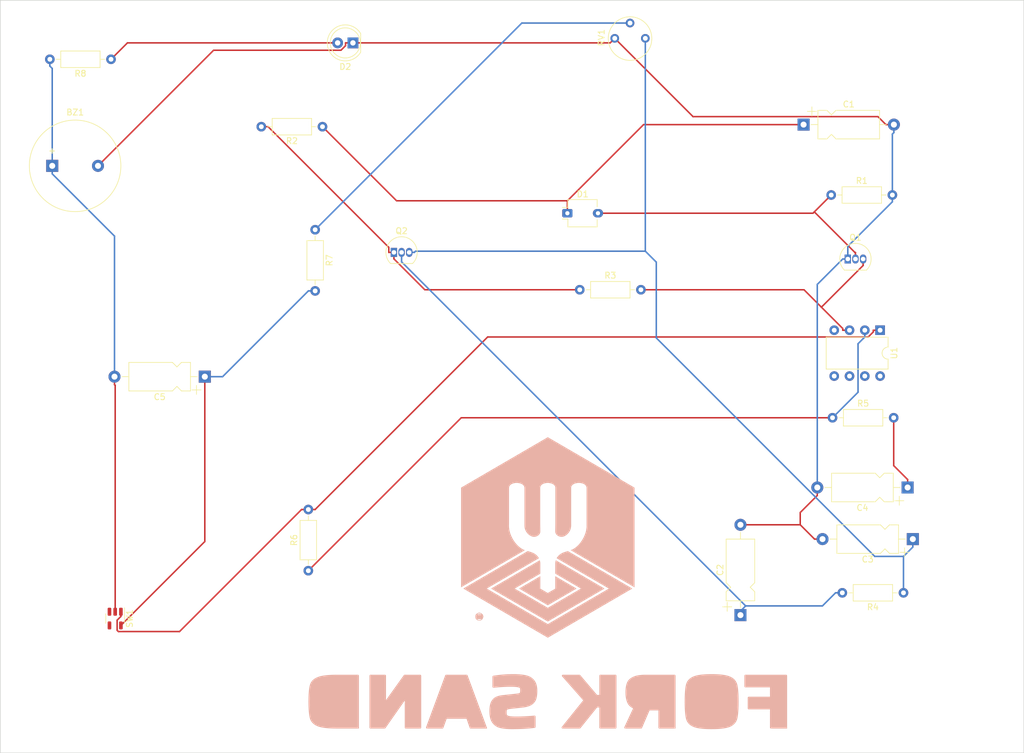
<source format=kicad_pcb>
(kicad_pcb (version 20211014) (generator pcbnew)
  (title_block (title "gammaray2usb") (date "2021-12-27") (rev "0.2x") (company "Fort Sand, Inc."))
  (layers (0 "F.Cu" signal) (31 "B.Cu" signal) (34 "B.Paste" user) (35 "F.Paste" user) (36 "B.SilkS" user "B.Silkscreen") (37 "F.SilkS" user "F.Silkscreen") (38 "B.Mask" user) (39 "F.Mask" user) (44 "Edge.Cuts" user))
  (net 0 "")
  (net 1 "Net-(BZ1-Pad1)")
  (net 2 "GND")
  (net 3 "Net-(C1-Pad1)")
  (net 4 "Net-(C2-Pad1)")
  (net 5 "+9V")
  (net 6 "Net-(C4-Pad1)")
  (net 7 "Net-(C5-Pad1)")
  (net 8 "Net-(D1-Pad2)")
  (net 9 "Net-(D2-Pad2)")
  (net 10 "Net-(Q1-Pad3)")
  (net 11 "Net-(Q2-Pad1)")
  (net 12 "Net-(R5-Pad1)")
  (net 13 "Net-(R6-Pad2)")
  (net 14 "Net-(R7-Pad1)")
  (net 15 "GNDREF")
  (footprint "Resistor_THT:R_Axial_DIN0207_L6.3mm_D2.5mm_P10.16mm_Horizontal" (layer "F.Cu") (at 123.5124 55.9922 180)
    (fp_text reference "R2")
    (fp_text value "1.5M")
  )
  (footprint "Package_DIP:DIP-8_W7.62mm" (layer "F.Cu") (at 216.1282 89.7942 -90)
    (fp_text reference "U1")
    (fp_text value "LM358")
  )
  (footprint "Capacitor_THT:CP_Axial_L10.0mm_D4.5mm_P15.00mm_Horizontal" (layer "F.Cu") (at 192.933 137.1147 90)
    (fp_text reference "C2")
    (fp_text value "100 uF")
  )
  (footprint "Resistor_THT:R_Axial_DIN0207_L6.3mm_D2.5mm_P10.16mm_Horizontal" (layer "F.Cu") (at 208.2247 104.3352)
    (fp_text reference "R5")
    (fp_text value "1k")
  )
  (footprint "Package_TO_SOT_THT:TO-92_Inline" (layer "F.Cu") (at 210.7647 77.9708)
    (fp_text reference "Q1")
    (fp_text value "2N7000")
  )
  (footprint "Resistor_THT:R_Axial_DIN0207_L6.3mm_D2.5mm_P10.16mm_Horizontal" (layer "F.Cu") (at 208.0077 67.3383)
    (fp_text reference "R1")
    (fp_text value "10M")
  )
  (footprint "Resistor_THT:R_Axial_DIN0207_L6.3mm_D2.5mm_P10.16mm_Horizontal" (layer "F.Cu") (at 220.0121 133.412 180)
    (fp_text reference "R4")
    (fp_text value "150k")
  )
  (footprint "Capacitor_THT:CP_Axial_L10.0mm_D4.5mm_P15.00mm_Horizontal" (layer "F.Cu") (at 103.9683 97.5114 180)
    (fp_text reference "C5")
    (fp_text value "0.01µF")
  )
  (footprint "Package_TO_SOT_SMD:SOT-23-5" (layer "F.Cu") (at 89.0815 137.6908 -90)
    (fp_text reference "SW1")
    (fp_text value "TS5A3166DBVR")
  )
  (footprint "Potentiometer_THT:Potentiometer_Vishay_T7-YA_Single_Vertical" (layer "F.Cu") (at 177.1344 41.3167 90)
    (fp_text reference "RV1")
    (fp_text value "250kΩ")
  )
  (footprint "Resistor_THT:R_Axial_DIN0207_L6.3mm_D2.5mm_P10.16mm_Horizontal" (layer "F.Cu") (at 166.2412 83.0738)
    (fp_text reference "R3")
    (fp_text value "56k")
  )
  (footprint "Capacitor_THT:CP_Axial_L10.0mm_D4.5mm_P15.00mm_Horizontal" (layer "F.Cu") (at 220.6962 115.9187 180)
    (fp_text reference "C4")
    (fp_text value "20nF")
  )
  (footprint "Resistor_THT:R_Axial_DIN0207_L6.3mm_D2.5mm_P10.16mm_Horizontal" (layer "F.Cu") (at 88.389 44.7965 180)
    (fp_text reference "R8")
    (fp_text value "1k")
  )
  (footprint "OptoDevice:Osram_DIL2_4.3x4.65mm_P5.08mm" (layer "F.Cu") (at 164.1871 70.3651)
    (fp_text reference "D1")
    (fp_text value "BPW34")
  )
  (footprint "Buzzer_Beeper:Buzzer_15x7.5RM7.6" (layer "F.Cu") (at 78.6245 62.4978)
    (fp_text reference "BZ1")
    (fp_text value "Buzzer")
  )
  (footprint "Capacitor_THT:CP_Axial_L10.0mm_D4.5mm_P15.00mm_Horizontal" (layer "F.Cu") (at 203.4178 55.6463)
    (fp_text reference "C1")
    (fp_text value "0.1µF")
  )
  (footprint "Resistor_THT:R_Axial_DIN0207_L6.3mm_D2.5mm_P10.16mm_Horizontal" (layer "F.Cu") (at 121.1606 129.7376 90)
    (fp_text reference "R6")
    (fp_text value "1.5M")
  )
  (footprint "Package_TO_SOT_THT:TO-92_Inline" (layer "F.Cu") (at 135.3773 76.8707)
    (fp_text reference "Q2")
    (fp_text value "2N3904")
  )
  (footprint "Capacitor_THT:CP_Axial_L10.0mm_D4.5mm_P15.00mm_Horizontal" (layer "F.Cu") (at 221.5641 124.4899 180)
    (fp_text reference "C3")
    (fp_text value "0.1µF")
  )
  (footprint "LED_THT:LED_D5.0mm" (layer "F.Cu") (at 128.5691 42.0732 180)
    (fp_text reference "D2")
    (fp_text value "LED")
  )
  (footprint "Resistor_THT:R_Axial_DIN0207_L6.3mm_D2.5mm_P10.16mm_Horizontal" (layer "F.Cu") (at 122.2941 73.1061 -90)
    (fp_text reference "R7")
    (fp_text value "1k")
  )
  (gr_line (start 148.957895 137.438295) (end 148.955562 137.40759) (layer "B.SilkS") (width 0.075875))
  (gr_line (start 150.075454 137.689992) (end 150.059742 137.714523) (layer "B.SilkS") (width 0.075875))
  (gr_line (start 149.709807 137.962056) (end 149.680582 137.968807) (layer "B.SilkS") (width 0.075875))
  (gr_line (start 149.197418 136.891981) (end 149.221101 136.875123) (layer "B.SilkS") (width 0.075875))
  (gr_line (start 150.103339 137.638603) (end 150.089999 137.664673) (layer "B.SilkS") (width 0.075875))
  (gr_line (start 150.155946 137.468554) (end 150.150633 137.498328) (layer "B.SilkS") (width 0.075875))
  (gr_poly (pts (xy 188.139178 154.126285) (xy 187.914244 154.124331) (xy 187.708713 154.118468) (xy 187.522585 154.108696) (xy 187.355859 154.095015) (xy 187.208536 154.077426) (xy 187.080616 154.055929) (xy 186.972098 154.030523) (xy 186.925115 154.016355) (xy 186.882983 154.001209) (xy 186.863355 153.99228) (xy 186.844178 153.982692) (xy 186.825452 153.972444) (xy 186.807177 153.961537) (xy 186.789353 153.94997) (xy 186.771981 153.937743) (xy 186.75506 153.924857) (xy 186.73859 153.911312) (xy 186.722572 153.897106) (xy 186.707005 153.882241) (xy 186.691888 153.866717) (xy 186.677224 153.850533) (xy 186.66301 153.833689) (xy 186.649248 153.816186) (xy 186.635936 153.798023) (xy 186.623077 153.7792) (xy 186.610668 153.759718) (xy 186.59871 153.739577) (xy 186.587204 153.718776) (xy 186.576149 153.697315) (xy 186.555393 153.652415) (xy 186.536442 153.604876) (xy 186.519296 153.554699) (xy 186.503954 153.501884) (xy 186.490418 153.446431) (xy 186.478686 153.38834) (xy 186.458382 153.254666) (xy 186.440784 153.091287) (xy 186.425893 152.898203) (xy 186.413709 152.675413) (xy 186.404232 152.422918) (xy 186.397463 152.140718) (xy 186.393401 151.828812) (xy 186.392047 151.487201) (xy 186.397463 150.833685) (xy 186.404232 150.551485) (xy 186.413709 150.29899) (xy 186.425893 150.0762) (xy 186.440784 149.883116) (xy 186.458382 149.719737) (xy 186.478686 149.586063) (xy 186.490418 149.528021) (xy 186.503955 149.472714) (xy 186.519296 149.420144) (xy 186.536443 149.370309) (xy 186.555395 149.323211) (xy 186.576151 149.278848) (xy 186.598713 149.237222) (xy 186.623079 149.198332) (xy 186.649251 149.162177) (xy 186.677227 149.128759) (xy 186.707008 149.098077) (xy 186.738594 149.070131) (xy 186.771984 149.04492) (xy 186.807179 149.022446) (xy 186.844179 149.002708) (xy 186.882983 148.985706) (xy 186.925115 148.969046) (xy 186.972098 148.953461) (xy 187.023932 148.93895) (xy 187.080617 148.925514) (xy 187.142152 148.913154) (xy 187.208538 148.901868) (xy 187.279775 148.891657) (xy 187.355862 148.88252) (xy 187.4368 148.874459) (xy 187.522588 148.867473) (xy 187.613227 148.861561) (xy 187.708716 148.856724) (xy 187.914247 148.850275) (xy 188.139178 148.848125) (xy 188.364341 148.850275) (xy 188.570551 148.856724) (xy 188.757809 148.867473) (xy 188.926115 148.88252) (xy 189.07547 148.901868) (xy 189.205873 148.925514) (xy 189.263967 148.93895) (xy 189.317324 148.953461) (xy 189.365943 148.969046) (xy 189.409824 148.985706) (xy 189.43034 148.993877) (xy 189.450377 149.002757) (xy 189.469934 149.012345) (xy 189.489012 149.022642) (xy 189.507611 149.033647) (xy 189.52573 149.045361) (xy 189.54337 149.057783) (xy 189.560531 149.070913) (xy 189.577212 149.084752) (xy 189.593414 149.099299) (xy 189.609136 149.114555) (xy 189.624379 149.130519) (xy 189.639142 149.147192) (xy 189.653426 149.164573) (xy 189.667231 149.182663) (xy 189.680556 149.201461) (xy 189.693402 149.220967) (xy 189.705769 149.241182) (xy 189.717656 149.262105) (xy 189.729064 149.283737) (xy 189.739992 149.306077) (xy 189.750441 149.329126) (xy 189.7699 149.377348) (xy 189.787442 149.428405) (xy 189.803067 149.482294) (xy 189.816774 149.539018) (xy 189.828563 149.598575) (xy 189.848867 149.73479) (xy 189.866464 149.899537) (xy 189.881354 150.092816) (xy 189.893537 150.314627) (xy 189.903012 150.564972) (xy 189.90978 150.843849) (xy 189.913841 151.151259) (xy 189.915195 151.487201) (xy 189.90978 152.130559) (xy 189.903012 152.409437) (xy 189.893537 152.659782) (xy 189.881354 152.881594) (xy 189.866464 153.074874) (xy 189.848867 153.239621) (xy 189.828563 153.375835) (xy 189.816774 153.435441) (xy 189.803067 153.492311) (xy 189.787442 153.546445) (xy 189.7699 153.597843) (xy 189.750441 153.646505) (xy 189.729064 153.692431) (xy 189.705769 153.735621) (xy 189.680556 153.776075) (xy 189.653426 153.813793) (xy 189.624379 153.848775) (xy 189.593414 153.881021) (xy 189.560531 153.91053) (xy 189.52573 153.937304) (xy 189.489012 153.961342) (xy 189.450377 153.982643) (xy 189.409824 154.001209) (xy 189.365943 154.016355) (xy 189.317324 154.030523) (xy 189.263967 154.043714) (xy 189.205873 154.055929) (xy 189.14304 154.067166) (xy 189.07547 154.077426) (xy 189.003161 154.086709) (xy 188.926115 154.095015) (xy 188.844331 154.102344) (xy 188.757809 154.108696) (xy 188.570551 154.118468) (xy 188.364341 154.124331) (xy 188.139178 154.126285)) (layer "B.SilkS") (width 0.336832) (fill solid))
  (gr_line (start 149.89658 136.875123) (end 149.920264 136.891981) (layer "B.SilkS") (width 0.075875))
  (gr_line (start 149.24561 137.893559) (end 149.221101 137.877833) (layer "B.SilkS") (width 0.075875))
  (gr_line (start 148.99143 137.168594) (end 149.002246 137.141138) (layer "B.SilkS") (width 0.075875))
  (gr_line (start 150.159787 137.438295) (end 150.155946 137.468554) (layer "B.SilkS") (width 0.075875))
  (gr_line (start 149.092714 136.99189) (end 149.1117 136.969952) (layer "B.SilkS") (width 0.075875))
  (gr_poly (pts (xy 133.83707 155.789776) (xy 137.273578 150.87434) (xy 137.345775 150.87434) (xy 137.345775 155.789776) (xy 139.742671 155.789776) (xy 139.742671 147.184627) (xy 137.158069 147.184627) (xy 133.967029 151.649799) (xy 133.894832 151.649799) (xy 133.894832 147.184627) (xy 131.483501 147.184627) (xy 131.483501 155.789776) (xy 133.83707 155.789776)) (layer "B.SilkS") (width 0.336832) (fill solid))
  (gr_poly (pts (xy 188.139178 155.889843) (xy 188.643871 155.88398) (xy 189.111112 155.866391) (xy 189.540902 155.837076) (xy 189.93324 155.796036) (xy 190.288127 155.743269) (xy 190.605562 155.678777) (xy 190.750235 155.642133) (xy 190.885546 155.602558) (xy 191.011493 155.560052) (xy 191.128078 155.514614) (xy 191.235637 155.464389) (xy 191.338121 155.410646) (xy 191.435528 155.353386) (xy 191.52786 155.292607) (xy 191.615115 155.228311) (xy 191.697293 155.160497) (xy 191.774396 155.089165) (xy 191.846422 155.014315) (xy 191.913372 154.935948) (xy 191.975246 154.854063) (xy 192.032044 154.76866) (xy 192.083765 154.67974) (xy 192.13041 154.587302) (xy 192.171978 154.491346) (xy 192.208471 154.391873) (xy 192.239886 154.288883) (xy 192.266114 154.179735) (xy 192.29065 154.061793) (xy 192.313493 153.935057) (xy 192.334645 153.799526) (xy 192.371871 153.502082) (xy 192.40233 153.169461) (xy 192.426019 152.801662) (xy 192.44294 152.398686) (xy 192.453093 151.960533) (xy 192.456477 151.487201) (xy 192.453093 151.013873) (xy 192.44294 150.575721) (xy 192.426019 150.172746) (xy 192.40233 149.804949) (xy 192.371871 149.472328) (xy 192.334645 149.174884) (xy 192.29065 148.912617) (xy 192.239886 148.685528) (xy 192.208471 148.582585) (xy 192.171978 148.483258) (xy 192.13041 148.387546) (xy 192.083765 148.29545) (xy 192.032044 148.206969) (xy 191.975246 148.122104) (xy 191.913372 148.040854) (xy 191.846422 147.96322) (xy 191.774396 147.889202) (xy 191.697293 147.818798) (xy 191.615115 147.752011) (xy 191.52786 147.688838) (xy 191.435528 147.629281) (xy 191.338121 147.573339) (xy 191.235637 147.521013) (xy 191.128078 147.472301) (xy 191.011493 147.425349) (xy 190.885546 147.381425) (xy 190.750235 147.340532) (xy 190.605562 147.302667) (xy 190.451526 147.267831) (xy 190.288127 147.236025) (xy 190.115365 147.207248) (xy 189.93324 147.1815) (xy 189.741752 147.158782) (xy 189.540902 147.139092) (xy 189.330689 147.122432) (xy 189.111112 147.108801) (xy 188.882173 147.098199) (xy 188.643871 147.090626) (xy 188.139178 147.084568) (xy 187.634711 147.090626) (xy 187.168147 147.108801) (xy 186.739486 147.139092) (xy 186.348727 147.1815) (xy 185.995872 147.236025) (xy 185.833657 147.267831) (xy 185.680919 147.302667) (xy 185.537656 147.340532) (xy 185.403869 147.381425) (xy 185.279557 147.425349) (xy 185.164722 147.472301) (xy 185.055469 147.521013) (xy 184.951519 147.573339) (xy 184.85287 147.629281) (xy 184.759524 147.688838) (xy 184.671479 147.752011) (xy 184.588735 147.818798) (xy 184.511294 147.889202) (xy 184.439155 147.96322) (xy 184.372317 148.040854) (xy 184.310781 148.122104) (xy 184.254547 148.206969) (xy 184.203615 148.29545) (xy 184.157985 148.387546) (xy 184.117657 148.483258) (xy 184.08263 148.582585) (xy 184.052905 148.685528) (xy 184.026678 148.794675) (xy 184.002142 148.912617) (xy 183.979299 149.039354) (xy 183.958148 149.174884) (xy 183.920923 149.472328) (xy 183.890466 149.804949) (xy 183.866778 150.172746) (xy 183.849858 150.575721) (xy 183.839706 151.013873) (xy 183.836322 151.487201) (xy 183.839706 151.960533) (xy 183.849858 152.398686) (xy 183.866778 152.801662) (xy 183.890466 153.169461) (xy 183.920923 153.502082) (xy 183.958148 153.799526) (xy 184.002142 154.061793) (xy 184.052905 154.288883) (xy 184.08263 154.391873) (xy 184.117657 154.491346) (xy 184.157985 154.587302) (xy 184.203615 154.67974) (xy 184.254547 154.76866) (xy 184.310781 154.854063) (xy 184.372317 154.935948) (xy 184.439155 155.014315) (xy 184.511294 155.089165) (xy 184.588735 155.160497) (xy 184.671479 155.228311) (xy 184.759524 155.292607) (xy 184.85287 155.353386) (xy 184.951519 155.410646) (xy 185.055469 155.464389) (xy 185.164722 155.514614) (xy 185.279557 155.560052) (xy 185.403869 155.602558) (xy 185.537656 155.642133) (xy 185.680919 155.678777) (xy 185.833657 155.712488) (xy 185.995872 155.743269) (xy 186.167562 155.771118) (xy 186.348727 155.796036) (xy 186.539369 155.818022) (xy 186.739486 155.837076) (xy 186.949079 155.853199) (xy 187.168147 155.866391) (xy 187.396691 155.876651) (xy 187.634711 155.88398) (xy 188.139178 155.889843)) (layer "B.SilkS") (width 0.336832) (fill solid))
  (gr_line (start 148.955562 137.345364) (end 148.957895 137.31466) (layer "B.SilkS") (width 0.075875))
  (gr_line (start 148.973793 137.52758) (end 148.967048 137.498328) (layer "B.SilkS") (width 0.075875))
  (gr_line (start 149.680582 137.968807) (end 149.650835 137.974124) (layer "B.SilkS") (width 0.075875))
  (gr_poly (pts (xy 154.998263 155.889843) (xy 155.517845 155.88652) (xy 156.022535 155.876553) (xy 156.512336 155.859941) (xy 156.987247 155.836685) (xy 157.447267 155.806784) (xy 157.892397 155.770238) (xy 158.322637 155.727047) (xy 158.737987 155.677212) (xy 158.737987 153.976192) (xy 157.891497 154.041857) (xy 157.113592 154.088761) (xy 156.404271 154.116904) (xy 156.075328 154.12394) (xy 155.76353 154.126285) (xy 155.430527 154.123158) (xy 155.279593 154.119249) (xy 155.139037 154.113777) (xy 155.00886 154.106741) (xy 154.889061 154.098141) (xy 154.779641 154.087978) (xy 154.680598 154.076252) (xy 154.590129 154.062769) (xy 154.506427 154.047331) (xy 154.429493 154.029939) (xy 154.393564 154.020509) (xy 154.359327 154.010591) (xy 154.326782 154.000185) (xy 154.295929 153.989289) (xy 154.266768 153.977905) (xy 154.2393 153.966032) (xy 154.213524 153.953671) (xy 154.18944 153.940821) (xy 154.167049 153.927482) (xy 154.14635 153.913654) (xy 154.128752 153.901001) (xy 154.112057 153.888054) (xy 154.096264 153.874814) (xy 154.081373 153.86128) (xy 154.067385 153.847454) (xy 154.054299 153.833334) (xy 154.042116 153.818921) (xy 154.030834 153.804215) (xy 154.020455 153.789216) (xy 154.010979 153.773924) (xy 154.002405 153.758338) (xy 153.994733 153.742459) (xy 153.987964 153.726288) (xy 153.982097 153.709823) (xy 153.977133 153.693065) (xy 153.973071 153.676014) (xy 153.967827 153.656813) (xy 153.962921 153.636733) (xy 153.958354 153.615773) (xy 153.954124 153.593934) (xy 153.94668 153.547617) (xy 153.940589 153.497783) (xy 153.935851 153.444432) (xy 153.932467 153.387563) (xy 153.930436 153.327176) (xy 153.929759 153.263271) (xy 153.930662 153.187833) (xy 153.93337 153.117868) (xy 153.937882 153.053376) (xy 153.9442 152.994356) (xy 153.952322 152.940809) (xy 153.957059 152.916087) (xy 153.962248 152.892734) (xy 153.967888 152.870748) (xy 153.973979 152.850131) (xy 153.980521 152.830881) (xy 153.987514 152.812999) (xy 153.995185 152.796144) (xy 154.003758 152.779972) (xy 154.013234 152.764485) (xy 154.023613 152.749681) (xy 154.034894 152.735561) (xy 154.047077 152.722125) (xy 154.060163 152.709373) (xy 154.074151 152.697305) (xy 154.089042 152.685922) (xy 154.104835 152.675222) (xy 154.121531 152.665206) (xy 154.139129 152.655874) (xy 154.15763 152.647225) (xy 154.177033 152.639261) (xy 154.197339 152.631981) (xy 154.218547 152.625385) (xy 154.241222 152.617616) (xy 154.265927 152.609945) (xy 154.321428 152.594897) (xy 154.385051 152.580239) (xy 154.456795 152.565973) (xy 154.53666 152.552098) (xy 154.624647 152.538615) (xy 154.720755 152.525522) (xy 154.824985 152.512821) (xy 156.658748 152.312702) (xy 156.896993 152.284168) (xy 157.120799 152.248599) (xy 157.227287 152.228177) (xy 157.330166 152.205995) (xy 157.429435 152.182055) (xy 157.525094 152.156357) (xy 157.617144 152.128899) (xy 157.705584 152.099683) (xy 157.790414 152.068707) (xy 157.871634 152.035973) (xy 157.949245 152.00148) (xy 158.023246 151.965228) (xy 158.093637 151.927217) (xy 158.160419 151.887447) (xy 158.222349 151.844501) (xy 158.281798 151.80009) (xy 158.338765 151.754212) (xy 158.39325 151.706869) (xy 158.445254 151.658061) (xy 158.494775 151.607786) (xy 158.541815 151.556046) (xy 158.586373 151.50284) (xy 158.62845 151.448168) (xy 158.668045 151.392031) (xy 158.705158 151.334427) (xy 158.739789 151.275358) (xy 158.771938 151.214824) (xy 158.801606 151.152823) (xy 158.828792 151.089357) (xy 158.853496 151.024425) (xy 158.874477 150.957736) (xy 158.894104 150.888994) (xy 158.912378 150.8182) (xy 158.929299 150.745354) (xy 158.944865 150.670456) (xy 158.959078 150.593506) (xy 158.971938 150.514503) (xy 158.983443 150.433449) (xy 159.002394 150.265183) (xy 159.01593 150.08871) (xy 159.024052 149.904029) (xy 159.026759 149.711139) (xy 159.024898 149.574094) (xy 159.019314 149.441251) (xy 159.010008 149.31261) (xy 158.996979 149.18817) (xy 158.980227 149.067932) (xy 158.959753 148.951896) (xy 158.935557 148.840062) (xy 158.907638 148.732429) (xy 158.875996 148.628998) (xy 158.840632 148.529769) (xy 158.801545 148.434742) (xy 158.758736 148.343917) (xy 158.712204 148.257293) (xy 158.66195 148.174871) (xy 158.607973 148.096651) (xy 158.550273 148.022632) (xy 158.48947 147.952277) (xy 158.426185 147.885049) (xy 158.360419 147.820947) (xy 158.292171 147.759973) (xy 158.221442 147.702126) (xy 158.148231 147.647406) (xy 158.072538 147.595812) (xy 157.994364 147.547346) (xy 157.913708 147.502006) (xy 157.83057 147.459794) (xy 157.744951 147.420708) (xy 157.65685 147.384749) (xy 157.566267 147.351917) (xy 157.473202 147.322212) (xy 157.377656 147.295634) (xy 157.279628 147.272182) (xy 157.070716 147.22821) (xy 156.848266 147.190101) (xy 156.612278 147.157855) (xy 156.362753 147.131471) (xy 156.09969 147.110951) (xy 155.823091 147.096294) (xy 155.532954 147.087499) (xy 155.229282 147.084568) (xy 154.78438 147.088477) (xy 154.359329 147.100204) (xy 153.95413 147.119748) (xy 153.568782 147.147106) (xy 153.178022 147.183066) (xy 152.771019 147.228406) (xy 152.347773 147.283125) (xy 151.908282 147.347225) (xy 151.908282 149.010723) (xy 152.728603 148.939586) (xy 153.471315 148.888775) (xy 153.813566 148.870991) (xy 154.136415 148.858288) (xy 154.439861 148.850666) (xy 154.723903 148.848125) (xy 155.000052 148.850471) (xy 155.250932 148.857506) (xy 155.476544 148.869233) (xy 155.676887 148.885649) (xy 155.851961 148.906756) (xy 156.001767 148.932554) (xy 156.067195 148.947211) (xy 156.126305 148.963041) (xy 156.179098 148.980043) (xy 156.225574 148.998218) (xy 156.248528 149.007843) (xy 156.270467 149.017955) (xy 156.291392 149.028557) (xy 156.311301 149.039647) (xy 156.330195 149.051226) (xy 156.348075 149.063294) (xy 156.364939 149.07585) (xy 156.380788 149.088895) (xy 156.395622 149.102428) (xy 156.409441 149.11645) (xy 156.422244 149.130961) (xy 156.434033 149.14596) (xy 156.444806 149.161447) (xy 156.454564 149.177424) (xy 156.463307 149.193889) (xy 156.471034 149.210842) (xy 156.476278 149.228479) (xy 156.481184 149.246996) (xy 156.485752 149.266392) (xy 156.489981 149.286668) (xy 156.493872 149.307823) (xy 156.497425 149.329857) (xy 156.50064 149.352771) (xy 156.503516 149.376565) (xy 156.508254 149.42679) (xy 156.511639 149.480534) (xy 156.513669 149.537795) (xy 156.514346 149.598575) (xy 156.513669 149.674011) (xy 156.511639 149.743975) (xy 156.508254 149.808467) (xy 156.503516 149.867488) (xy 156.497425 149.921036) (xy 156.489981 149.969112) (xy 156.481184 150.011716) (xy 156.471034 150.048847) (xy 156.46342 150.064237) (xy 156.455015 150.079138) (xy 156.445821 150.093551) (xy 156.435838 150.107475) (xy 156.425065 150.120911) (xy 156.413502 150.133858) (xy 156.401149 150.146316) (xy 156.388007 150.158286) (xy 156.374076 150.169767) (xy 156.359354 150.18076) (xy 156.343843 150.191264) (xy 156.327542 150.201279) (xy 156.310452 150.210806) (xy 156.292572 150.219844) (xy 156.273903 150.228393) (xy 156.254443 150.236454) (xy 156.20729 150.248962) (xy 156.152466 150.26147) (xy 156.089972 150.273979) (xy 156.019807 150.286486) (xy 155.941971 150.298994) (xy 155.856464 150.311501) (xy 155.763284 150.324007) (xy 155.662433 150.336513) (xy 153.554324 150.561649) (xy 153.399104 150.578848) (xy 153.251104 150.599173) (xy 153.110324 150.622625) (xy 152.976763 150.649203) (xy 152.850421 150.678908) (xy 152.731299 150.71174) (xy 152.619396 150.747699) (xy 152.514712 150.786785) (xy 152.462933 150.807989) (xy 152.412282 150.830952) (xy 152.362759 150.855674) (xy 152.314365 150.882154) (xy 152.267098 150.910394) (xy 152.220961 150.940392) (xy 152.175951 150.972149) (xy 152.13207 151.005666) (xy 152.089316 151.040941) (xy 152.047691 151.077975) (xy 152.007194 151.116767) (xy 151.967825 151.157319) (xy 151.929584 151.19963) (xy 151.892471 151.2437) (xy 151.856485 151.289528) (xy 151.821628 151.337116) (xy 151.770921 151.406836) (xy 151.723486 151.481539) (xy 151.679322 151.561226) (xy 151.638429 151.645896) (xy 151.600808 151.73555) (xy 151.566458 151.830186) (xy 151.53538 151.929807) (xy 151.507573 152.03441) (xy 151.483038 152.143997) (xy 151.461774 152.258567) (xy 151.443781 152.378121) (xy 151.42906 152.502658) (xy 151.41761 152.632179) (xy 151.409431 152.766682) (xy 151.404524 152.906169) (xy 151.402888 153.05064) (xy 151.404637 153.201511) (xy 151.409883 153.347692) (xy 151.418625 153.489183) (xy 151.430865 153.625984) (xy 151.446601 153.758095) (xy 151.465835 153.885515) (xy 151.488565 154.008245) (xy 151.514793 154.126285) (xy 151.544517 154.239635) (xy 151.577738 154.348294) (xy 151.614456 154.452263) (xy 151.654671 154.551542) (xy 151.698382 154.64613) (xy 151.74559 154.736028) (xy 151.796296 154.821235) (xy 151.850497 154.901752) (xy 151.907633 154.976699) (xy 151.967138 155.048324) (xy 152.029012 155.116627) (xy 152.093255 155.181607) (xy 152.159867 155.243265) (xy 152.228848 155.301601) (xy 152.300197 155.356615) (xy 152.373916 155.408306) (xy 152.450003 155.456675) (xy 152.52846 155.501721) (xy 152.609285 155.543445) (xy 152.692479 155.581847) (xy 152.778042 155.616926) (xy 152.865975 155.648683) (xy 152.956276 155.677117) (xy 153.048946 155.702228) (xy 153.243648 155.7462) (xy 153.452338 155.78431) (xy 153.675016 155.816556) (xy 153.911682 155.842939) (xy 154.162336 155.863459) (xy 154.426978 155.878117) (xy 154.705607 155.886911) (xy 154.998225 155.889843) (xy 154.998263 155.889843)) (layer "B.SilkS") (width 0.336832) (fill solid))
  (gr_line (start 149.709807 136.790897) (end 149.738472 136.799045) (layer "B.SilkS") (width 0.075875))
  (gr_line (start 149.042228 137.689992) (end 149.027683 137.664673) (layer "B.SilkS") (width 0.075875))
  (gr_line (start 149.1117 136.969952) (end 149.131702 136.948953) (layer "B.SilkS") (width 0.075875))
  (gr_line (start 149.820729 136.831485) (end 149.846775 136.844838) (layer "B.SilkS") (width 0.075875))
  (gr_line (start 149.4371 137.968807) (end 149.407875 137.962056) (layer "B.SilkS") (width 0.075875))
  (gr_line (start 149.466847 136.778829) (end 149.497078 136.774983) (layer "B.SilkS") (width 0.075875))
  (gr_line (start 150.150633 137.254628) (end 150.155946 137.284402) (layer "B.SilkS") (width 0.075875))
  (gr_line (start 150.005982 137.783007) (end 149.98598 137.804004) (layer "B.SilkS") (width 0.075875))
  (gr_line (start 150.075454 137.062967) (end 150.089999 137.088286) (layer "B.SilkS") (width 0.075875))
  (gr_line (start 149.98598 137.804004) (end 149.965001 137.824024) (layer "B.SilkS") (width 0.075875))
  (gr_line (start 149.965001 137.824024) (end 149.943083 137.843027) (layer "B.SilkS") (width 0.075875))
  (gr_line (start 149.466847 137.974124) (end 149.4371 137.968807) (layer "B.SilkS") (width 0.075875))
  (gr_line (start 150.162906 137.376476) (end 150.162906 137.376476) (layer "B.SilkS") (width 0.075875))
  (gr_line (start 150.143888 137.52758) (end 150.135748 137.556271) (layer "B.SilkS") (width 0.075875))
  (gr_line (start 149.131702 136.948953) (end 149.15268 136.928934) (layer "B.SilkS") (width 0.075875))
  (gr_line (start 149.15268 137.824024) (end 149.131702 137.804004) (layer "B.SilkS") (width 0.075875))
  (gr_line (start 149.05794 137.038435) (end 149.074782 137.014731) (layer "B.SilkS") (width 0.075875))
  (gr_line (start 149.920264 137.860976) (end 149.89658 137.877833) (layer "B.SilkS") (width 0.075875))
  (gr_line (start 149.1117 137.783007) (end 149.092714 137.761069) (layer "B.SilkS") (width 0.075875))
  (gr_line (start 150.115436 137.141138) (end 150.126252 137.168594) (layer "B.SilkS") (width 0.075875))
  (gr_line (start 149.296953 137.921469) (end 149.270907 137.908117) (layer "B.SilkS") (width 0.075875))
  (gr_line (start 150.0429 137.014731) (end 150.059742 137.038435) (layer "B.SilkS") (width 0.075875))
  (gr_line (start 149.092714 137.761069) (end 149.074782 137.738228) (layer "B.SilkS") (width 0.075875))
  (gr_line (start 149.270907 136.844838) (end 149.296953 136.831485) (layer "B.SilkS") (width 0.075875))
  (gr_line (start 150.155946 137.284402) (end 150.159787 137.31466) (layer "B.SilkS") (width 0.075875))
  (gr_line (start 149.296953 136.831485) (end 149.323711 136.819377) (layer "B.SilkS") (width 0.075875))
  (gr_line (start 149.650835 137.974124) (end 149.620603 137.977969) (layer "B.SilkS") (width 0.075875))
  (gr_line (start 149.738472 136.799045) (end 149.76654 136.808551) (layer "B.SilkS") (width 0.075875))
  (gr_line (start 149.074782 137.014731) (end 149.092714 136.99189) (layer "B.SilkS") (width 0.075875))
  (gr_line (start 149.793971 136.819377) (end 149.820729 136.831485) (layer "B.SilkS") (width 0.075875))
  (gr_line (start 149.323711 136.819377) (end 149.351142 136.808551) (layer "B.SilkS") (width 0.075875))
  (gr_poly (pts (xy 149.591083 137.570675) (xy 149.591083 137.182216) (xy 149.447955 137.182216) (xy 149.362857 137.405514) (xy 149.355121 137.405514) (xy 149.272601 137.182216) (xy 149.129474 137.182216) (xy 149.129474 137.570675) (xy 149.230045 137.570675) (xy 149.230045 137.320308) (xy 149.235202 137.320308) (xy 149.328044 137.570675) (xy 149.393802 137.570675) (xy 149.485347 137.320308) (xy 149.490504 137.320308) (xy 149.490504 137.570675) (xy 149.591083 137.570675)) (layer "B.SilkS") (width 0.414814) (fill solid))
  (gr_line (start 148.957895 137.31466) (end 148.961736 137.284402) (layer "B.SilkS") (width 0.075875))
  (gr_poly (pts (xy 162.26855 128.016815) (xy 170.328571 132.705299) (xy 160.933551 138.171661) (xy 151.538524 132.705299) (xy 159.59798 128.017074) (xy 159.618824 128.088607) (xy 159.636683 128.15991) (xy 159.651619 128.230845) (xy 159.663696 128.301272) (xy 159.672979 128.37105) (xy 159.679531 128.44004) (xy 159.683415 128.508102) (xy 159.684695 128.575096) (xy 159.684695 130.221855) (xy 155.702006 132.53846) (xy 155.414958 132.706604) (xy 160.933528 135.916382) (xy 166.451251 132.706604) (xy 162.181789 130.222015) (xy 162.181789 128.575256) (xy 162.183066 128.508331) (xy 162.186944 128.440297) (xy 162.193487 128.3713) (xy 162.202762 128.301485) (xy 162.214835 128.230998) (xy 162.229772 128.159986) (xy 162.24764 128.088594) (xy 162.268504 128.016968) (xy 162.26851 128.016948) (xy 162.268515 128.016928) (xy 162.268524 128.016888) (xy 162.26853 128.016869) (xy 162.268532 128.01686) (xy 162.268535 128.016851) (xy 162.268539 128.016841) (xy 162.268542 128.016832) (xy 162.268546 128.016824) (xy 162.26855 128.016815)) (layer "B.SilkS") (width 0.020448) (fill solid))
  (gr_line (start 148.967048 137.498328) (end 148.961736 137.468554) (layer "B.SilkS") (width 0.075875))
  (gr_poly (pts (xy 178.175738 151.049442) (xy 177.98803 151.048269) (xy 177.814761 151.044752) (xy 177.65593 151.038889) (xy 177.511538 151.03068) (xy 177.381585 151.020127) (xy 177.266072 151.007229) (xy 177.164998 150.991987) (xy 177.078365 150.974399) (xy 177.037755 150.96453) (xy 176.99895 150.953683) (xy 176.96195 150.941859) (xy 176.926755 150.929058) (xy 176.893365 150.91528) (xy 176.861779 150.900524) (xy 176.831999 150.884792) (xy 176.804023 150.868083) (xy 176.777852 150.850396) (xy 176.753487 150.831733) (xy 176.730926 150.812092) (xy 176.71017 150.791474) (xy 176.69122 150.769879) (xy 176.674074 150.747306) (xy 176.658733 150.723757) (xy 176.645198 150.69923) (xy 176.632959 150.671576) (xy 176.621509 150.641773) (xy 176.610849 150.60982) (xy 176.600978 150.575718) (xy 176.591897 150.539466) (xy 176.583606 150.501064) (xy 176.576104 150.460513) (xy 176.569392 150.417812) (xy 176.56347 150.372961) (xy 176.558337 150.325961) (xy 176.553994 150.276811) (xy 176.550441 150.225511) (xy 176.547677 150.172061) (xy 176.545703 150.116462) (xy 176.544519 150.058713) (xy 176.544124 149.998813) (xy 176.545477 149.878428) (xy 176.549538 149.767424) (xy 176.556306 149.6658) (xy 176.565782 149.573557) (xy 176.577964 149.490694) (xy 176.592854 149.417212) (xy 176.601314 149.383988) (xy 176.610451 149.35311) (xy 176.620265 149.324577) (xy 176.630756 149.298389) (xy 176.63641 149.285235) (xy 176.642545 149.272349) (xy 176.649158 149.259732) (xy 176.656252 149.247384) (xy 176.663824 149.235304) (xy 176.671876 149.223493) (xy 176.680407 149.211951) (xy 176.689418 149.200677) (xy 176.698908 149.189672) (xy 176.708878 149.178936) (xy 176.719326 149.168468) (xy 176.730255 149.158269) (xy 176.741662 149.148339) (xy 176.75355 149.138678) (xy 176.765916 149.129285) (xy 176.778762 149.120161) (xy 176.792087 149.111305) (xy 176.805892 149.102719) (xy 176.83494 149.086352) (xy 176.865905 149.07106) (xy 176.898788 149.056842) (xy 176.933588 149.0437) (xy 176.970306 149.031633) (xy 177.008942 149.02064) (xy 177.049495 149.010723) (xy 177.091008 149.001635) (xy 177.136131 148.993133) (xy 177.237205 148.977888) (xy 177.352718 148.964989) (xy 177.48267 148.954435) (xy 177.62706 148.946226) (xy 177.785889 148.940363) (xy 177.959156 148.936845) (xy 178.146861 148.935673) (xy 179.475261 148.935673) (xy 179.475261 151.049442) (xy 178.175738 151.049442)) (layer "B.SilkS") (width 0.336832) (fill solid))
  (gr_line (start 148.961736 137.284402) (end 148.967048 137.254628) (layer "B.SilkS") (width 0.075875))
  (gr_line (start 150.150633 137.498328) (end 150.143888 137.52758) (layer "B.SilkS") (width 0.075875))
  (gr_line (start 149.014343 137.638603) (end 149.002246 137.611821) (layer "B.SilkS") (width 0.075875))
  (gr_line (start 150.0429 137.738228) (end 150.024968 137.761069) (layer "B.SilkS") (width 0.075875))
  (gr_line (start 150.059742 137.038435) (end 150.075454 137.062967) (layer "B.SilkS") (width 0.075875))
  (gr_line (start 149.872072 137.893559) (end 149.846775 137.908117) (layer "B.SilkS") (width 0.075875))
  (gr_line (start 149.4371 136.784146) (end 149.466847 136.778829) (layer "B.SilkS") (width 0.075875))
  (gr_line (start 148.973793 137.225377) (end 148.981933 137.196686) (layer "B.SilkS") (width 0.075875))
  (gr_line (start 148.99143 137.584364) (end 148.981933 137.556271) (layer "B.SilkS") (width 0.075875))
  (gr_line (start 148.967048 137.254628) (end 148.973793 137.225377) (layer "B.SilkS") (width 0.075875))
  (gr_line (start 149.558841 137.98109) (end 149.558841 137.98109) (layer "B.SilkS") (width 0.075875))
  (gr_line (start 148.954776 137.376476) (end 148.955562 137.345364) (layer "B.SilkS") (width 0.075875))
  (gr_line (start 149.002246 137.141138) (end 149.014343 137.114356) (layer "B.SilkS") (width 0.075875))
  (gr_line (start 149.37921 136.799045) (end 149.407875 136.790897) (layer "B.SilkS") (width 0.075875))
  (gr_line (start 148.955562 137.40759) (end 148.954776 137.376476) (layer "B.SilkS") (width 0.075875))
  (gr_line (start 149.042228 137.062967) (end 149.05794 137.038435) (layer "B.SilkS") (width 0.075875))
  (gr_line (start 149.027683 137.088286) (end 149.042228 137.062967) (layer "B.SilkS") (width 0.075875))
  (gr_line (start 149.620603 137.977969) (end 149.589926 137.980304) (layer "B.SilkS") (width 0.075875))
  (gr_line (start 149.497078 136.774983) (end 149.527756 136.772649) (layer "B.SilkS") (width 0.075875))
  (gr_line (start 149.738472 137.953908) (end 149.709807 137.962056) (layer "B.SilkS") (width 0.075875))
  (gr_line (start 150.089999 137.664673) (end 150.075454 137.689992) (layer "B.SilkS") (width 0.075875))
  (gr_poly (pts (xy 143.430499 155.789776) (xy 144.02251 154.163807) (xy 147.560084 154.163807) (xy 148.12321 155.789776) (xy 150.635615 155.789776) (xy 147.459018 147.184627) (xy 144.051387 147.184627) (xy 140.874782 155.789776) (xy 143.430499 155.789776)) (layer "B.SilkS") (width 0.336832) (fill solid))
  (gr_line (start 150.115436 137.611821) (end 150.103339 137.638603) (layer "B.SilkS") (width 0.075875))
  (gr_poly (pts (xy 176.428607 155.789776) (xy 177.72813 152.775478) (xy 179.475261 152.775478) (xy 179.475261 155.789776) (xy 181.987666 155.789776) (xy 181.987666 147.184627) (xy 177.222766 147.184627) (xy 176.890439 147.189904) (xy 176.57932 147.205733) (xy 176.289409 147.232116) (xy 176.152407 147.249264) (xy 176.020706 147.269051) (xy 175.894308 147.291477) (xy 175.773211 147.31654) (xy 175.657416 147.344242) (xy 175.546923 147.374582) (xy 175.441732 147.407561) (xy 175.341843 147.443178) (xy 175.247255 147.481433) (xy 175.15797 147.522327) (xy 175.071447 147.564003) (xy 174.988761 147.60773) (xy 174.909909 147.65351) (xy 174.834893 147.701341) (xy 174.763712 147.751225) (xy 174.696367 147.803161) (xy 174.632857 147.857148) (xy 174.573183 147.913188) (xy 174.517344 147.971279) (xy 174.465341 148.031423) (xy 174.417173 148.093618) (xy 174.372841 148.157866) (xy 174.332344 148.224165) (xy 174.295683 148.292517) (xy 174.262857 148.36292) (xy 174.233867 148.435375) (xy 174.205891 148.508856) (xy 174.179721 148.585464) (xy 174.155355 148.665199) (xy 174.132794 148.748062) (xy 174.112038 148.834051) (xy 174.093087 148.923167) (xy 174.07594 149.01541) (xy 174.060599 149.11078) (xy 174.047062 149.209276) (xy 174.03533 149.3109) (xy 174.025403 149.41565) (xy 174.017281 149.523527) (xy 174.010963 149.63453) (xy 174.006451 149.748661) (xy 174.003744 149.865918) (xy 174.002841 149.986301) (xy 174.007128 150.207724) (xy 174.012486 150.315651) (xy 174.019987 150.421721) (xy 174.029632 150.525934) (xy 174.04142 150.62829) (xy 174.055351 150.728789) (xy 174.071426 150.827432) (xy 174.089643 150.924219) (xy 174.110004 151.019149) (xy 174.132509 151.112222) (xy 174.157156 151.203438) (xy 174.183947 151.292798) (xy 174.212881 151.380302) (xy 174.243958 151.465949) (xy 174.277179 151.54974) (xy 174.311754 151.631185) (xy 174.350503 151.709797) (xy 174.393426 151.785575) (xy 174.440523 151.858519) (xy 174.491794 151.928629) (xy 174.547238 151.995906) (xy 174.606856 152.060348) (xy 174.670648 152.121958) (xy 174.738613 152.180733) (xy 174.810752 152.236675) (xy 174.887065 152.289783) (xy 174.967552 152.340058) (xy 175.052212 152.387499) (xy 175.141045 152.432106) (xy 175.234052 152.47388) (xy 175.331233 152.512821) (xy 173.800693 155.789776) (xy 176.428607 155.789776)) (layer "B.SilkS") (width 0.336832) (fill solid))
  (gr_line (start 149.89658 137.877833) (end 149.872072 137.893559) (layer "B.SilkS") (width 0.075875))
  (gr_line (start 150.089999 137.088286) (end 150.103339 137.114356) (layer "B.SilkS") (width 0.075875))
  (gr_line (start 149.846775 137.908117) (end 149.820729 137.921469) (layer "B.SilkS") (width 0.075875))
  (gr_line (start 149.872072 136.859396) (end 149.89658 136.875123) (layer "B.SilkS") (width 0.075875))
  (gr_line (start 149.002246 137.611821) (end 148.99143 137.584364) (layer "B.SilkS") (width 0.075875))
  (gr_line (start 149.351142 136.808551) (end 149.37921 136.799045) (layer "B.SilkS") (width 0.075875))
  (gr_line (start 150.16212 137.40759) (end 150.159787 137.438295) (layer "B.SilkS") (width 0.075875))
  (gr_line (start 148.981933 137.196686) (end 148.99143 137.168594) (layer "B.SilkS") (width 0.075875))
  (gr_line (start 149.323711 137.933577) (end 149.296953 137.921469) (layer "B.SilkS") (width 0.075875))
  (gr_line (start 150.16212 137.345364) (end 150.162906 137.376476) (layer "B.SilkS") (width 0.075875))
  (gr_line (start 150.159787 137.31466) (end 150.16212 137.345364) (layer "B.SilkS") (width 0.075875))
  (gr_line (start 150.005982 136.969952) (end 150.024968 136.99189) (layer "B.SilkS") (width 0.075875))
  (gr_line (start 150.126252 137.584364) (end 150.115436 137.611821) (layer "B.SilkS") (width 0.075875))
  (gr_line (start 149.76654 137.944403) (end 149.738472 137.953908) (layer "B.SilkS") (width 0.075875))
  (gr_line (start 149.589926 136.772649) (end 149.620603 136.774983) (layer "B.SilkS") (width 0.075875))
  (gr_line (start 149.589926 137.980304) (end 149.558841 137.98109) (layer "B.SilkS") (width 0.075875))
  (gr_line (start 149.05794 137.714523) (end 149.042228 137.689992) (layer "B.SilkS") (width 0.075875))
  (gr_line (start 149.221101 136.875123) (end 149.24561 136.859396) (layer "B.SilkS") (width 0.075875))
  (gr_poly (pts (xy 149.869586 137.570675) (xy 149.869586 137.279018) (xy 149.988216 137.279018) (xy 149.988216 137.182216) (xy 149.642657 137.182216) (xy 149.642657 137.279018) (xy 149.762569 137.279018) (xy 149.762569 137.570675) (xy 149.869586 137.570675)) (layer "B.SilkS") (width 0.414814) (fill solid))
  (gr_line (start 149.527756 137.980304) (end 149.497078 137.977969) (layer "B.SilkS") (width 0.075875))
  (gr_line (start 149.650835 136.778829) (end 149.680582 136.784146) (layer "B.SilkS") (width 0.075875))
  (gr_line (start 149.014343 137.114356) (end 149.027683 137.088286) (layer "B.SilkS") (width 0.075875))
  (gr_line (start 150.135748 137.556271) (end 150.126252 137.584364) (layer "B.SilkS") (width 0.075875))
  (gr_line (start 149.76654 136.808551) (end 149.793971 136.819377) (layer "B.SilkS") (width 0.075875))
  (gr_line (start 149.221101 137.877833) (end 149.197418 137.860976) (layer "B.SilkS") (width 0.075875))
  (gr_line (start 149.37921 137.953908) (end 149.351142 137.944403) (layer "B.SilkS") (width 0.075875))
  (gr_poly (pts (xy 160.933269 107.573837) (xy 175.332919 115.951286) (xy 175.332919 132.483551) (xy 164.755466 126.329368) (xy 164.756249 126.329071) (xy 164.75702 126.328798) (xy 164.757779 126.328549) (xy 164.75853 126.328323) (xy 164.759274 126.32812) (xy 164.760013 126.327938) (xy 164.760751 126.327778) (xy 164.761489 126.327637) (xy 164.76223 126.327516) (xy 164.762975 126.327414) (xy 164.763727 126.32733) (xy 164.764489 126.327262) (xy 164.765262 126.327211) (xy 164.766049 126.327176) (xy 164.767673 126.327148) (xy 164.900334 126.275901) (xy 165.031553 126.216386) (xy 165.161148 126.148957) (xy 165.288933 126.073967) (xy 165.414723 125.991767) (xy 165.538336 125.90271) (xy 165.659586 125.807149) (xy 165.778289 125.705437) (xy 165.894261 125.597926) (xy 166.007318 125.484968) (xy 166.117275 125.366917) (xy 166.223948 125.244125) (xy 166.327153 125.116943) (xy 166.426706 124.985726) (xy 166.614116 124.712593) (xy 166.784705 124.427546) (xy 166.936998 124.133407) (xy 167.069521 123.832994) (xy 167.127908 123.681317) (xy 167.1808 123.52913) (xy 167.228013 123.376785) (xy 167.269361 123.224634) (xy 167.304661 123.073031) (xy 167.333729 122.922328) (xy 167.35638 122.772876) (xy 167.37243 122.62503) (xy 167.381695 122.479142) (xy 167.38399 122.335563) (xy 167.380664 121.99057) (xy 167.380664 115.993011) (xy 167.378793 115.940931) (xy 167.373257 115.890528) (xy 167.364176 115.841799) (xy 167.351668 115.794745) (xy 167.33585 115.749363) (xy 167.316841 115.705653) (xy 167.294759 115.663614) (xy 167.269722 115.623245) (xy 167.241849 115.584545) (xy 167.211257 115.547512) (xy 167.178065 115.512146) (xy 167.142392 115.478445) (xy 167.104354 115.446409) (xy 167.064071 115.416036) (xy 167.021661 115.387325) (xy 166.977242 115.360276) (xy 166.930931 115.334887) (xy 166.882848 115.311157) (xy 166.833111 115.289085) (xy 166.781837 115.268671) (xy 166.729145 115.249912) (xy 166.675153 115.232808) (xy 166.619979 115.217358) (xy 166.563741 115.203561) (xy 166.506559 115.191416) (xy 166.448549 115.180921) (xy 166.38983 115.172076) (xy 166.330521 115.164879) (xy 166.210603 115.155427) (xy 166.08974 115.152557) (xy 165.968877 115.156251) (xy 165.848959 115.166503) (xy 165.730931 115.183302) (xy 165.615738 115.206639) (xy 165.504327 115.236504) (xy 165.397643 115.272886) (xy 165.296632 115.315777) (xy 165.202238 115.365165) (xy 165.115409 115.421042) (xy 165.075126 115.45141) (xy 165.037088 115.483397) (xy 165.001414 115.517001) (xy 164.968223 115.55222) (xy 164.937631 115.589054) (xy 164.909758 115.627501) (xy 164.884721 115.667561) (xy 164.862639 115.709231) (xy 164.84363 115.752511) (xy 164.827812 115.797399) (xy 164.815304 115.843895) (xy 164.806223 115.891996) (xy 164.800687 115.941702) (xy 164.798816 115.993011) (xy 164.798816 121.990562) (xy 164.798816 122.256218) (xy 164.796374 122.354037) (xy 164.789198 122.449433) (xy 164.777511 122.542382) (xy 164.761537 122.632861) (xy 164.741498 122.720849) (xy 164.717619 122.806321) (xy 164.690123 122.889257) (xy 164.659233 122.969632) (xy 164.625173 123.047425) (xy 164.588166 123.122613) (xy 164.548436 123.195172) (xy 164.506206 123.265082) (xy 164.415141 123.396858) (xy 164.316757 123.517761) (xy 164.212844 123.627609) (xy 164.105187 123.726222) (xy 163.995576 123.813418) (xy 163.885797 123.889016) (xy 163.777639 123.952835) (xy 163.672888 124.004694) (xy 163.573333 124.044412) (xy 163.480762 124.071808) (xy 163.419159 124.084792) (xy 163.357712 124.094256) (xy 163.296542 124.100296) (xy 163.235768 124.103009) (xy 163.175509 124.102489) (xy 163.115887 124.098834) (xy 163.05702 124.09214) (xy 162.99903 124.082502) (xy 162.942035 124.070017) (xy 162.886156 124.054782) (xy 162.831513 124.036891) (xy 162.778226 124.016442) (xy 162.726414 123.993531) (xy 162.676198 123.968253) (xy 162.627698 123.940705) (xy 162.581033 123.910983) (xy 162.536324 123.879183) (xy 162.49369 123.845402) (xy 162.453252 123.809735) (xy 162.415129 123.772278) (xy 162.379442 123.733129) (xy 162.34631 123.692382) (xy 162.315853 123.650134) (xy 162.288191 123.606482) (xy 162.263445 123.561521) (xy 162.241734 123.515348) (xy 162.223179 123.468058) (xy 162.207898 123.419748) (xy 162.196012 123.370514) (xy 162.187642 123.320453) (xy 162.182906 123.26966) (xy 162.181926 123.218231) (xy 162.204288 121.990562) (xy 162.204288 115.993011) (xy 162.202454 115.941462) (xy 162.197029 115.891563) (xy 162.188128 115.843312) (xy 162.175866 115.796708) (xy 162.160356 115.751748) (xy 162.141714 115.708432) (xy 162.120054 115.666758) (xy 162.095491 115.626724) (xy 162.06814 115.588329) (xy 162.038115 115.55157) (xy 162.005531 115.516446) (xy 161.970502 115.482956) (xy 161.933144 115.451098) (xy 161.89357 115.420871) (xy 161.851896 115.392272) (xy 161.808235 115.3653) (xy 161.762704 115.339954) (xy 161.715416 115.316231) (xy 161.666486 115.29413) (xy 161.616028 115.273651) (xy 161.564158 115.25479) (xy 161.51099 115.237546) (xy 161.456638 115.221918) (xy 161.401218 115.207904) (xy 161.344844 115.195502) (xy 161.28763 115.184712) (xy 161.229691 115.17553) (xy 161.171143 115.167956) (xy 161.052673 115.157623) (xy 160.933139 115.153702) (xy 160.813606 115.157356) (xy 160.695138 115.167489) (xy 160.578651 115.184108) (xy 160.465064 115.207218) (xy 160.355293 115.236826) (xy 160.250256 115.272936) (xy 160.150869 115.315556) (xy 160.058049 115.364691) (xy 159.972715 115.420346) (xy 159.933141 115.450621) (xy 159.895783 115.482528) (xy 159.860754 115.516068) (xy 159.82817 115.551242) (xy 159.798145 115.588051) (xy 159.770794 115.626496) (xy 159.746231 115.666576) (xy 159.724572 115.708293) (xy 159.70593 115.751648) (xy 159.69042 115.796641) (xy 159.678157 115.843273) (xy 159.669256 115.891545) (xy 159.663832 115.941458) (xy 159.661998 115.993011) (xy 159.661998 121.990562) (xy 159.68436 123.218231) (xy 159.683358 123.269662) (xy 159.678605 123.320455) (xy 159.670218 123.370515) (xy 159.658319 123.419745) (xy 159.643028 123.468051) (xy 159.624463 123.515335) (xy 159.602745 123.561502) (xy 159.577993 123.606455) (xy 159.550328 123.650099) (xy 159.519869 123.692339) (xy 159.486737 123.733076) (xy 159.45105 123.772217) (xy 159.412929 123.809665) (xy 159.372494 123.845323) (xy 159.329865 123.879096) (xy 159.28516 123.910888) (xy 159.238501 123.940603) (xy 159.190007 123.968145) (xy 159.139797 123.993418) (xy 159.087992 124.016326) (xy 159.034712 124.036773) (xy 158.980076 124.054663) (xy 158.924204 124.069899) (xy 158.867216 124.082387) (xy 158.809232 124.09203) (xy 158.750372 124.098732) (xy 158.690755 124.102397) (xy 158.630501 124.102929) (xy 158.56973 124.100232) (xy 158.508563 124.09421) (xy 158.447118 124.084767) (xy 158.385516 124.071808) (xy 158.292943 124.044416) (xy 158.19338 124.0047) (xy 158.088616 123.952843) (xy 157.98044 123.889025) (xy 157.87064 123.813428) (xy 157.761005 123.726232) (xy 157.653323 123.627619) (xy 157.600773 123.574087) (xy 157.549382 123.51777) (xy 157.499374 123.458688) (xy 157.450972 123.396865) (xy 157.4044 123.332324) (xy 157.359881 123.265088) (xy 157.317638 123.195178) (xy 157.277896 123.122617) (xy 157.240878 123.047429) (xy 157.206808 122.969635) (xy 157.175908 122.889259) (xy 157.148403 122.806323) (xy 157.124517 122.72085) (xy 157.104471 122.632862) (xy 157.088492 122.542382) (xy 157.076801 122.449433) (xy 157.069622 122.354038) (xy 157.06718 122.256218) (xy 157.06718 121.990562) (xy 157.06718 115.993011) (xy 157.065309 115.941702) (xy 157.059776 115.891996) (xy 157.050699 115.843895) (xy 157.038195 115.797399) (xy 157.022384 115.752511) (xy 157.003382 115.709231) (xy 156.981308 115.667561) (xy 156.956281 115.627501) (xy 156.928418 115.589054) (xy 156.897837 115.55222) (xy 156.864657 115.517001) (xy 156.828995 115.483397) (xy 156.79097 115.45141) (xy 156.7507 115.421042) (xy 156.708303 115.392293) (xy 156.663897 115.365165) (xy 156.6176 115.33966) (xy 156.56953 115.315777) (xy 156.519805 115.293519) (xy 156.468544 115.272886) (xy 156.415864 115.253881) (xy 156.361884 115.236504) (xy 156.306722 115.220756) (xy 156.250495 115.206639) (xy 156.193323 115.194154) (xy 156.135322 115.183302) (xy 156.076612 115.174085) (xy 156.01731 115.166503) (xy 155.897403 115.156251) (xy 155.776546 115.152557) (xy 155.655682 115.155428) (xy 155.535762 115.164878) (xy 155.417733 115.180916) (xy 155.30254 115.203551) (xy 155.191128 115.232793) (xy 155.084443 115.26865) (xy 154.983431 115.311131) (xy 154.889037 115.360245) (xy 154.802207 115.416) (xy 154.761924 115.446372) (xy 154.723887 115.478407) (xy 154.688213 115.512107) (xy 154.655021 115.547473) (xy 154.624429 115.584506) (xy 154.596556 115.623208) (xy 154.571519 115.663578) (xy 154.549437 115.70562) (xy 154.530428 115.749333) (xy 154.51461 115.794719) (xy 154.502102 115.841778) (xy 154.493021 115.890513) (xy 154.487485 115.940923) (xy 154.485614 115.993011) (xy 154.485614 121.990562) (xy 154.482288 122.335548) (xy 154.493889 122.625016) (xy 154.532621 122.922314) (xy 154.597011 123.224622) (xy 154.685585 123.529118) (xy 154.79687 123.832983) (xy 154.929393 124.133395) (xy 155.081681 124.427535) (xy 155.25226 124.712581) (xy 155.439658 124.985714) (xy 155.642401 125.244113) (xy 155.859016 125.484957) (xy 156.088031 125.705426) (xy 156.32797 125.9027) (xy 156.577363 126.073957) (xy 156.705144 126.148948) (xy 156.834735 126.216377) (xy 156.965953 126.275892) (xy 157.098613 126.327141) (xy 157.099395 126.327437) (xy 157.100164 126.327709) (xy 157.100923 126.327957) (xy 157.101672 126.328182) (xy 157.102416 126.328384) (xy 157.103155 126.328565) (xy 157.103892 126.328725) (xy 157.10463 126.328865) (xy 157.10537 126.328985) (xy 157.106115 126.329088) (xy 157.106867 126.329172) (xy 157.107628 126.329239) (xy 157.108401 126.32929) (xy 157.109188 126.329326) (xy 157.110812 126.329353) (xy 146.533351 132.482963) (xy 146.533351 115.951278) (xy 160.933269 107.573837)) (layer "B.SilkS") (width 0.020448) (fill solid))
  (gr_line (start 149.846775 136.844838) (end 149.872072 136.859396) (layer "B.SilkS") (width 0.075875))
  (gr_poly (pts (xy 145.769641 149.110782) (xy 145.841838 149.110782) (xy 146.982532 152.400249) (xy 144.61452 152.400249) (xy 145.769641 149.110782)) (layer "B.SilkS") (width 0.336832) (fill solid))
  (gr_line (start 149.15268 136.928934) (end 149.174599 136.90993) (layer "B.SilkS") (width 0.075875))
  (gr_line (start 149.174599 137.843027) (end 149.15268 137.824024) (layer "B.SilkS") (width 0.075875))
  (gr_line (start 150.024968 136.99189) (end 150.0429 137.014731) (layer "B.SilkS") (width 0.075875))
  (gr_line (start 149.24561 136.859396) (end 149.270907 136.844838) (layer "B.SilkS") (width 0.075875))
  (gr_line (start 150.103339 137.114356) (end 150.115436 137.141138) (layer "B.SilkS") (width 0.075875))
  (gr_poly (pts (xy 164.26498 126.489044) (xy 174.950359 132.705299) (xy 160.933551 140.860672) (xy 146.916736 132.705299) (xy 157.601833 126.489334) (xy 157.902495 126.579924) (xy 158.04057 126.622284) (xy 158.171289 126.66453) (xy 158.295262 126.70804) (xy 158.4131 126.754197) (xy 158.469909 126.778699) (xy 158.525414 126.80438) (xy 158.579691 126.831413) (xy 158.632816 126.85997) (xy 158.70345 126.901053) (xy 158.771257 126.943675) (xy 158.836277 126.987763) (xy 158.898549 127.033241) (xy 158.958111 127.080033) (xy 159.015003 127.128064) (xy 159.069264 127.17726) (xy 159.120934 127.227545) (xy 159.17005 127.278843) (xy 159.216654 127.331079) (xy 159.260783 127.384179) (xy 159.302476 127.438067) (xy 159.341774 127.492668) (xy 159.378714 127.547907) (xy 159.413337 127.603708) (xy 159.445682 127.659996) (xy 151.060184 132.538421) (xy 150.772853 132.706535) (xy 160.933559 138.617317) (xy 171.094257 132.706535) (xy 162.42084 127.660156) (xy 162.453182 127.603901) (xy 162.487804 127.548124) (xy 162.524745 127.492903) (xy 162.564043 127.438312) (xy 162.605738 127.384429) (xy 162.649868 127.331328) (xy 162.696473 127.279087) (xy 162.745592 127.227781) (xy 162.797264 127.177486) (xy 162.851527 127.128278) (xy 162.908421 127.080234) (xy 162.967984 127.033429) (xy 163.030256 126.987939) (xy 163.095276 126.943841) (xy 163.163082 126.90121) (xy 163.233714 126.860122) (xy 163.28684 126.831551) (xy 163.341123 126.804495) (xy 163.396638 126.778784) (xy 163.453462 126.754248) (xy 163.51167 126.730714) (xy 163.571338 126.708012) (xy 163.695357 126.664418) (xy 163.826126 126.622098) (xy 163.964249 126.579682) (xy 164.264987 126.48909) (xy 164.264987 126.489087) (xy 164.264987 126.489084) (xy 164.264986 126.489082) (xy 164.264986 126.489079) (xy 164.264985 126.489077) (xy 164.264985 126.489075) (xy 164.264983 126.48907) (xy 164.264983 126.489067) (xy 164.264982 126.489064) (xy 164.264981 126.489062) (xy 164.264981 126.489059) (xy 164.26498 126.489055) (xy 164.26498 126.489052) (xy 164.26498 126.489048) (xy 164.26498 126.489044)) (layer "B.SilkS") (width 0.020448) (fill solid))
  (gr_line (start 148.954776 137.376476) (end 148.954776 137.376476) (layer "B.SilkS") (width 0.075875))
  (gr_line (start 150.162906 137.376476) (end 150.16212 137.40759) (layer "B.SilkS") (width 0.075875))
  (gr_line (start 149.920264 136.891981) (end 149.943083 136.90993) (layer "B.SilkS") (width 0.075875))
  (gr_poly (pts (xy 162.181811 130.667099) (xy 165.685603 132.705307) (xy 160.933559 135.470672) (xy 156.180385 132.705307) (xy 159.684726 130.667099) (xy 159.684726 132.726387) (xy 160.933269 133.450935) (xy 162.181804 132.726387) (xy 162.181811 130.667099)) (layer "B.SilkS") (width 0.020448) (fill solid))
  (gr_line (start 150.126252 137.168594) (end 150.135748 137.196686) (layer "B.SilkS") (width 0.075875))
  (gr_line (start 149.793971 137.933577) (end 149.76654 137.944403) (layer "B.SilkS") (width 0.075875))
  (gr_poly (pts (xy 129.392078 147.184627) (xy 125.883372 147.184627) (xy 125.354319 147.190686) (xy 124.86452 147.20886) (xy 124.413976 147.239152) (xy 124.002688 147.28156) (xy 123.630655 147.336085) (xy 123.297879 147.402726) (xy 123.146211 147.440591) (xy 123.004358 147.481485) (xy 122.872319 147.525408) (xy 122.750095 147.572361) (xy 122.635539 147.621022) (xy 122.526512 147.673201) (xy 122.423012 147.728898) (xy 122.32504 147.788113) (xy 122.232596 147.850846) (xy 122.14568 147.917096) (xy 122.064291 147.986865) (xy 121.988429 148.060151) (xy 121.918095 148.136955) (xy 121.853289 148.217276) (xy 121.79401 148.301115) (xy 121.740258 148.388472) (xy 121.692033 148.479347) (xy 121.649336 148.573739) (xy 121.612166 148.671648) (xy 121.580524 148.773075) (xy 121.552549 148.878949) (xy 121.52638 148.993324) (xy 121.502014 149.116201) (xy 121.479453 149.247578) (xy 121.458696 149.387457) (xy 121.439744 149.535837) (xy 121.407254 149.858101) (xy 121.381983 150.214369) (xy 121.363932 150.604642) (xy 121.353101 151.028919) (xy 121.34949 151.487201) (xy 121.353101 151.945679) (xy 121.363932 152.370543) (xy 121.381983 152.761794) (xy 121.407254 153.11943) (xy 121.439744 153.443453) (xy 121.479453 153.733861) (xy 121.52638 153.990654) (xy 121.580524 154.213833) (xy 121.612167 154.313795) (xy 121.649337 154.410435) (xy 121.692035 154.503753) (xy 121.74026 154.593748) (xy 121.794013 154.680421) (xy 121.853293 154.763772) (xy 121.9181 154.8438) (xy 121.988435 154.920506) (xy 122.064297 154.99389) (xy 122.145686 155.063952) (xy 122.232603 155.130691) (xy 122.325047 155.194108) (xy 122.423018 155.254203) (xy 122.526516 155.310976) (xy 122.635542 155.364426) (xy 122.750095 155.414554) (xy 122.872319 155.459992) (xy 123.004358 155.502498) (xy 123.146211 155.542073) (xy 123.297879 155.578716) (xy 123.45936 155.612427) (xy 123.630655 155.643207) (xy 123.811764 155.671055) (xy 124.002688 155.695972) (xy 124.203425 155.717958) (xy 124.413976 155.737011) (xy 124.634341 155.753134) (xy 124.86452 155.766325) (xy 125.354319 155.783913) (xy 125.883372 155.789776) (xy 129.392078 155.789776) (xy 129.392078 147.184627)) (layer "B.SilkS") (width 0.336832) (fill solid))
  (gr_line (start 149.174599 136.90993) (end 149.197418 136.891981) (layer "B.SilkS") (width 0.075875))
  (gr_line (start 149.680582 136.784146) (end 149.709807 136.790897) (layer "B.SilkS") (width 0.075875))
  (gr_line (start 149.620603 136.774983) (end 149.650835 136.778829) (layer "B.SilkS") (width 0.075875))
  (gr_poly (pts (xy 200.515987 155.789776) (xy 200.515987 147.184627) (xy 193.758479 147.184627) (xy 193.758479 148.948185) (xy 198.003574 148.948185) (xy 198.003574 150.836811) (xy 194.307162 150.836811) (xy 194.307162 152.600368) (xy 198.003574 152.600368) (xy 198.003574 155.789776) (xy 200.515987 155.789776)) (layer "B.SilkS") (width 0.336832) (fill solid))
  (gr_poly (pts (xy 166.224666 155.789776) (xy 169.040294 152.287685) (xy 169.661174 152.287685) (xy 169.661174 155.789776) (xy 172.173587 155.789776) (xy 172.173587 147.184627) (xy 169.661174 147.184627) (xy 169.661174 150.536632) (xy 169.040294 150.536632) (xy 166.195789 147.184627) (xy 163.437915 147.184627) (xy 167.03326 151.262066) (xy 163.394603 155.789776) (xy 166.224666 155.789776)) (layer "B.SilkS") (width 0.336832) (fill solid))
  (gr_line (start 149.131702 137.804004) (end 149.1117 137.783007) (layer "B.SilkS") (width 0.075875))
  (gr_line (start 149.027683 137.664673) (end 149.014343 137.638603) (layer "B.SilkS") (width 0.075875))
  (gr_line (start 150.024968 137.761069) (end 150.005982 137.783007) (layer "B.SilkS") (width 0.075875))
  (gr_line (start 149.074782 137.738228) (end 149.05794 137.714523) (layer "B.SilkS") (width 0.075875))
  (gr_line (start 150.143888 137.225377) (end 150.150633 137.254628) (layer "B.SilkS") (width 0.075875))
  (gr_line (start 149.270907 137.908117) (end 149.24561 137.893559) (layer "B.SilkS") (width 0.075875))
  (gr_line (start 149.197418 137.860976) (end 149.174599 137.843027) (layer "B.SilkS") (width 0.075875))
  (gr_line (start 149.497078 137.977969) (end 149.466847 137.974124) (layer "B.SilkS") (width 0.075875))
  (gr_line (start 150.059742 137.714523) (end 150.0429 137.738228) (layer "B.SilkS") (width 0.075875))
  (gr_line (start 149.407875 136.790897) (end 149.4371 136.784146) (layer "B.SilkS") (width 0.075875))
  (gr_line (start 149.98598 136.948953) (end 150.005982 136.969952) (layer "B.SilkS") (width 0.075875))
  (gr_line (start 148.981933 137.556271) (end 148.973793 137.52758) (layer "B.SilkS") (width 0.075875))
  (gr_line (start 149.558841 136.771862) (end 149.589926 136.772649) (layer "B.SilkS") (width 0.075875))
  (gr_line (start 149.527756 136.772649) (end 149.558841 136.771862) (layer "B.SilkS") (width 0.075875))
  (gr_line (start 149.351142 137.944403) (end 149.323711 137.933577) (layer "B.SilkS") (width 0.075875))
  (gr_line (start 150.135748 137.196686) (end 150.143888 137.225377) (layer "B.SilkS") (width 0.075875))
  (gr_line (start 149.965001 136.928934) (end 149.98598 136.948953) (layer "B.SilkS") (width 0.075875))
  (gr_line (start 148.954776 137.376476) (end 148.954776 137.376476) (layer "B.SilkS") (width 0.075875))
  (gr_line (start 149.407875 137.962056) (end 149.37921 137.953908) (layer "B.SilkS") (width 0.075875))
  (gr_line (start 149.943083 136.90993) (end 149.965001 136.928934) (layer "B.SilkS") (width 0.075875))
  (gr_line (start 149.943083 137.843027) (end 149.920264 137.860976) (layer "B.SilkS") (width 0.075875))
  (gr_line (start 148.961736 137.468554) (end 148.957895 137.438295) (layer "B.SilkS") (width 0.075875))
  (gr_poly (pts (xy 125.941135 154.026226) (xy 125.674915 154.024467) (xy 125.432158 154.01919) (xy 125.212863 154.010396) (xy 125.017033 153.998084) (xy 124.844666 153.982254) (xy 124.695762 153.962905) (xy 124.570323 153.940039) (xy 124.468349 153.913654) (xy 124.42255 153.89675) (xy 124.400497 153.887345) (xy 124.379008 153.877305) (xy 124.358083 153.86663) (xy 124.337722 153.855319) (xy 124.317924 153.843374) (xy 124.298691 153.830793) (xy 124.280022 153.817577) (xy 124.261917 153.803726) (xy 124.244376 153.78924) (xy 124.227399 153.774119) (xy 124.210986 153.758363) (xy 124.195137 153.741971) (xy 124.179852 153.724945) (xy 124.165131 153.707283) (xy 124.150974 153.688986) (xy 124.137381 153.670054) (xy 124.124352 153.650486) (xy 124.111887 153.630284) (xy 124.088648 153.587974) (xy 124.067666 153.543123) (xy 124.04894 153.495732) (xy 124.03247 153.4458) (xy 124.018256 153.393327) (xy 124.006297 153.338314) (xy 123.994058 153.276851) (xy 123.982608 153.208158) (xy 123.962077 153.049078) (xy 123.944705 152.861073) (xy 123.930492 152.644146) (xy 123.919437 152.398294) (xy 123.91154 152.12352) (xy 123.906802 151.819822) (xy 123.905223 151.487201) (xy 123.906802 151.157513) (xy 123.91154 150.856356) (xy 123.919437 150.583732) (xy 123.930492 150.33964) (xy 123.944705 150.124081) (xy 123.962077 149.937055) (xy 123.982608 149.778562) (xy 124.006297 149.648601) (xy 124.020003 149.592122) (xy 124.035853 149.538379) (xy 124.053845 149.487372) (xy 124.073982 149.439101) (xy 124.096261 149.393566) (xy 124.120684 149.350767) (xy 124.14725 149.310704) (xy 124.17596 149.273377) (xy 124.206812 149.238786) (xy 124.239808 149.206931) (xy 124.274948 149.177812) (xy 124.31223 149.151428) (xy 124.351656 149.127781) (xy 124.393224 149.106869) (xy 124.436936 149.088693) (xy 124.482791 149.073253) (xy 124.530789 149.058108) (xy 124.58454 149.043939) (xy 124.644045 149.030748) (xy 124.709302 149.018534) (xy 124.780313 149.007296) (xy 124.857078 148.997036) (xy 124.939595 148.987753) (xy 125.027866 148.979447) (xy 125.221666 148.965767) (xy 125.438479 148.955995) (xy 125.678305 148.950132) (xy 125.941142 148.948177) (xy 126.89413 148.948177) (xy 126.89413 154.026218) (xy 125.941135 154.026226)) (layer "B.SilkS") (width 0.336832) (fill solid))
  (gr_line (start 149.820729 137.921469) (end 149.793971 137.933577) (layer "B.SilkS") (width 0.075875))
  (gr_line (start 149.558841 137.98109) (end 149.527756 137.980304) (layer "B.SilkS") (width 0.075875))
  (gr_line (start 149.558841 136.771862) (end 149.558841 136.771862) (layer "B.SilkS") (width 0.075875))
  (gr_line (start 240 160) (end 70 160) (layer "Edge.Cuts") (width 0.1))
  (gr_line (start 70 35) (end 240 35) (layer "Edge.Cuts") (width 0.1))
  (gr_line (start 240 35) (end 240 160) (layer "Edge.Cuts") (width 0.1))
  (gr_line (start 70 160) (end 70 35) (layer "Edge.Cuts") (width 0.1))
  (segment (start 88.9683 98.8367) (end 89.0815 98.9499) (width 0.25) (layer "F.Cu") (net 1))
  (segment (start 88.9683 97.5114) (end 88.9683 98.8367) (width 0.25) (layer "F.Cu") (net 1))
  (segment (start 89.0815 98.9499) (end 89.0815 136.5533) (width 0.25) (layer "F.Cu") (net 1))
  (segment (start 78.6245 46.3173) (end 78.229 45.9218) (width 0.25) (layer "B.Cu") (net 1))
  (segment (start 88.9683 74.1669) (end 88.9683 97.5114) (width 0.25) (layer "B.Cu") (net 1))
  (segment (start 78.6245 63.8231) (end 88.9683 74.1669) (width 0.25) (layer "B.Cu") (net 1))
  (segment (start 78.229 44.7965) (end 78.229 45.9218) (width 0.25) (layer "B.Cu") (net 1))
  (segment (start 78.6245 62.4978) (end 78.6245 46.3173) (width 0.25) (layer "B.Cu") (net 1))
  (segment (start 78.6245 62.4978) (end 78.6245 63.8231) (width 0.25) (layer "B.Cu") (net 1))
  (segment (start 206.5641 124.4899) (end 205.2388 124.4899) (width 0.25) (layer "F.Cu") (net 2))
  (segment (start 128.5691 42.0732) (end 171.2979 42.0732) (width 0.25) (layer "F.Cu") (net 2))
  (segment (start 185.0587 54.321) (end 172.0544 41.3167) (width 0.25) (layer "F.Cu") (net 2))
  (segment (start 126.5781 43.2985) (end 127.3438 42.5328) (width 0.25) (layer "F.Cu") (net 2))
  (segment (start 202.8636 122.1147) (end 205.2388 124.4899) (width 0.25) (layer "F.Cu") (net 2))
  (segment (start 205.6962 117.244) (end 202.8636 120.0766) (width 0.25) (layer "F.Cu") (net 2))
  (segment (start 128.5691 42.0732) (end 127.3438 42.0732) (width 0.25) (layer "F.Cu") (net 2))
  (segment (start 105.4238 43.2985) (end 126.5781 43.2985) (width 0.25) (layer "F.Cu") (net 2))
  (segment (start 171.2979 42.0732) (end 172.0544 41.3167) (width 0.25) (layer "F.Cu") (net 2))
  (segment (start 86.2245 62.4978) (end 105.4238 43.2985) (width 0.25) (layer "F.Cu") (net 2))
  (segment (start 127.3438 42.5328) (end 127.3438 42.0732) (width 0.25) (layer "F.Cu") (net 2))
  (segment (start 215.7672 54.321) (end 185.0587 54.321) (width 0.25) (layer "F.Cu") (net 2))
  (segment (start 205.6962 115.9187) (end 205.6962 117.244) (width 0.25) (layer "F.Cu") (net 2))
  (segment (start 217.0925 55.6463) (end 215.7672 54.321) (width 0.25) (layer "F.Cu") (net 2))
  (segment (start 202.8636 120.0766) (end 202.8636 122.1147) (width 0.25) (layer "F.Cu") (net 2))
  (segment (start 218.4178 55.6463) (end 217.0925 55.6463) (width 0.25) (layer "F.Cu") (net 2))
  (segment (start 192.933 122.1147) (end 202.8636 122.1147) (width 0.25) (layer "F.Cu") (net 2))
  (segment (start 218.1677 57.2217) (end 218.1677 67.3383) (width 0.25) (layer "B.Cu") (net 2))
  (segment (start 218.1677 67.3383) (end 218.1677 68.4636) (width 0.25) (layer "B.Cu") (net 2))
  (segment (start 218.1677 68.4636) (end 210.7647 75.8666) (width 0.25) (layer "B.Cu") (net 2))
  (segment (start 210.7647 77.9708) (end 209.9144 77.9708) (width 0.25) (layer "B.Cu") (net 2))
  (segment (start 218.4178 55.6463) (end 218.4178 56.9716) (width 0.25) (layer "B.Cu") (net 2))
  (segment (start 218.4178 56.9716) (end 218.1677 57.2217) (width 0.25) (layer "B.Cu") (net 2))
  (segment (start 210.7647 75.8666) (end 210.7647 77.9708) (width 0.25) (layer "B.Cu") (net 2))
  (segment (start 205.6962 82.189) (end 209.9144 77.9708) (width 0.25) (layer "B.Cu") (net 2))
  (segment (start 205.6962 115.9187) (end 205.6962 82.189) (width 0.25) (layer "B.Cu") (net 2))
  (segment (start 135.8203 68.3001) (end 123.5124 55.9922) (width 0.25) (layer "F.Cu") (net 3))
  (segment (start 164.1871 68.3001) (end 164.1871 70.3651) (width 0.25) (layer "F.Cu") (net 3))
  (segment (start 203.4178 55.6463) (end 176.8409 55.6463) (width 0.25) (layer "F.Cu") (net 3))
  (segment (start 164.1871 68.3001) (end 135.8203 68.3001) (width 0.25) (layer "F.Cu") (net 3))
  (segment (start 176.8409 55.6463) (end 164.1871 68.3001) (width 0.25) (layer "F.Cu") (net 3))
  (segment (start 208.7268 133.412) (end 206.5509 135.5879) (width 0.25) (layer "B.Cu") (net 4))
  (segment (start 193.7972 135.5878) (end 136.6473 78.438) (width 0.25) (layer "B.Cu") (net 4))
  (segment (start 206.5509 135.5879) (end 193.7972 135.5879) (width 0.25) (layer "B.Cu") (net 4))
  (segment (start 136.6473 78.438) (end 136.6473 76.8707) (width 0.25) (layer "B.Cu") (net 4))
  (segment (start 192.933 136.452) (end 193.7972 135.5878) (width 0.25) (layer "B.Cu") (net 4))
  (segment (start 192.933 137.1147) (end 192.933 136.452) (width 0.25) (layer "B.Cu") (net 4))
  (segment (start 193.7972 135.5879) (end 193.7972 135.5878) (width 0.25) (layer "B.Cu") (net 4))
  (segment (start 209.8521 133.412) (end 208.7268 133.412) (width 0.25) (layer "B.Cu") (net 4))
  (segment (start 178.9572 78.4922) (end 177.1344 76.6694) (width 0.25) (layer "B.Cu") (net 5))
  (segment (start 177.1344 76.6694) (end 138.9689 76.6694) (width 0.25) (layer "B.Cu") (net 5))
  (segment (start 177.1344 76.6694) (end 177.1344 41.3167) (width 0.25) (layer "B.Cu") (net 5))
  (segment (start 221.5641 125.8152) (end 220.0121 127.3672) (width 0.25) (layer "B.Cu") (net 5))
  (segment (start 178.9572 91.0783) (end 178.9572 78.4922) (width 0.25) (layer "B.Cu") (net 5))
  (segment (start 138.9689 76.6694) (end 138.7676 76.8707) (width 0.25) (layer "B.Cu") (net 5))
  (segment (start 220.0121 127.3672) (end 215.2461 127.3672) (width 0.25) (layer "B.Cu") (net 5))
  (segment (start 137.9173 76.8707) (end 138.7676 76.8707) (width 0.25) (layer "B.Cu") (net 5))
  (segment (start 221.5641 124.4899) (end 221.5641 125.8152) (width 0.25) (layer "B.Cu") (net 5))
  (segment (start 220.0121 127.3672) (end 220.0121 133.412) (width 0.25) (layer "B.Cu") (net 5))
  (segment (start 215.2461 127.3672) (end 178.9572 91.0783) (width 0.25) (layer "B.Cu") (net 5))
  (segment (start 220.6962 115.9187) (end 220.6962 114.5934) (width 0.25) (layer "F.Cu") (net 6))
  (segment (start 218.3847 112.2819) (end 218.3847 104.3352) (width 0.25) (layer "F.Cu") (net 6))
  (segment (start 220.6962 114.5934) (end 218.3847 112.2819) (width 0.25) (layer "F.Cu") (net 6))
  (segment (start 103.9683 97.5114) (end 103.9683 124.8915) (width 0.25) (layer "F.Cu") (net 7))
  (segment (start 103.9683 124.8915) (end 90.0315 138.8283) (width 0.25) (layer "F.Cu") (net 7))
  (segment (start 103.9683 97.5114) (end 106.9235 97.5114) (width 0.25) (layer "B.Cu") (net 7))
  (segment (start 106.9235 97.5114) (end 121.1688 83.2661) (width 0.25) (layer "B.Cu") (net 7))
  (segment (start 122.2941 83.2661) (end 121.1688 83.2661) (width 0.25) (layer "B.Cu") (net 7))
  (segment (start 212.0347 77.9708) (end 212.0347 76.8955) (width 0.25) (layer "F.Cu") (net 8))
  (segment (start 169.2671 70.3651) (end 204.9809 70.3651) (width 0.25) (layer "F.Cu") (net 8))
  (segment (start 204.9809 70.3651) (end 205.2033 70.1427) (width 0.25) (layer "F.Cu") (net 8))
  (segment (start 205.2033 70.1427) (end 208.0077 67.3383) (width 0.25) (layer "F.Cu") (net 8))
  (segment (start 212.0347 76.8955) (end 211.9561 76.8955) (width 0.25) (layer "F.Cu") (net 8))
  (segment (start 211.9561 76.8955) (end 205.2033 70.1427) (width 0.25) (layer "F.Cu") (net 8))
  (segment (start 91.1123 42.0732) (end 88.389 44.7965) (width 0.25) (layer "F.Cu") (net 9))
  (segment (start 126.0291 42.0732) (end 91.1123 42.0732) (width 0.25) (layer "F.Cu") (net 9))
  (segment (start 203.4838 83.0738) (end 206.3804 85.9704) (width 0.25) (layer "F.Cu") (net 10))
  (segment (start 206.3804 85.9704) (end 209.9229 89.5129) (width 0.25) (layer "F.Cu") (net 10))
  (segment (start 213.3047 79.0461) (end 206.3804 85.9704) (width 0.25) (layer "F.Cu") (net 10))
  (segment (start 209.9229 89.5129) (end 209.9229 89.7942) (width 0.25) (layer "F.Cu") (net 10))
  (segment (start 213.3047 77.9708) (end 213.3047 79.0461) (width 0.25) (layer "F.Cu") (net 10))
  (segment (start 176.4012 83.0738) (end 203.4838 83.0738) (width 0.25) (layer "F.Cu") (net 10))
  (segment (start 211.0482 89.7942) (end 209.9229 89.7942) (width 0.25) (layer "F.Cu") (net 10))
  (segment (start 134.527 76.8707) (end 134.527 76.0415) (width 0.25) (layer "F.Cu") (net 11))
  (segment (start 135.3773 76.8707) (end 135.3773 77.946) (width 0.25) (layer "F.Cu") (net 11))
  (segment (start 166.2412 83.0738) (end 140.5051 83.0738) (width 0.25) (layer "F.Cu") (net 11))
  (segment (start 113.3524 55.9922) (end 114.4777 55.9922) (width 0.25) (layer "F.Cu") (net 11))
  (segment (start 134.527 76.0415) (end 114.4777 55.9922) (width 0.25) (layer "F.Cu") (net 11))
  (segment (start 140.5051 83.0738) (end 135.3773 77.946) (width 0.25) (layer "F.Cu") (net 11))
  (segment (start 135.3773 76.8707) (end 134.527 76.8707) (width 0.25) (layer "F.Cu") (net 11))
  (segment (start 121.1606 129.7376) (end 146.563 104.3352) (width 0.25) (layer "F.Cu") (net 12))
  (segment (start 146.563 104.3352) (end 208.2247 104.3352) (width 0.25) (layer "F.Cu") (net 12))
  (segment (start 212.4629 100.097) (end 212.4629 92.0448) (width 0.25) (layer "B.Cu") (net 12))
  (segment (start 208.2247 104.3352) (end 212.4629 100.097) (width 0.25) (layer "B.Cu") (net 12))
  (segment (start 213.5882 89.7942) (end 213.5882 90.9195) (width 0.25) (layer "B.Cu") (net 12))
  (segment (start 212.4629 92.0448) (end 213.5882 90.9195) (width 0.25) (layer "B.Cu") (net 12))
  (segment (start 90.0315 137.3304) (end 90.0315 136.5533) (width 0.25) (layer "F.Cu") (net 13))
  (segment (start 122.2859 119.5776) (end 150.944 90.9195) (width 0.25) (layer "F.Cu") (net 13))
  (segment (start 121.1606 119.5776) (end 120.0353 119.5776) (width 0.25) (layer "F.Cu") (net 13))
  (segment (start 214.159 90.9195) (end 215.0029 90.0756) (width 0.25) (layer "F.Cu") (net 13))
  (segment (start 216.1282 89.7942) (end 215.0029 89.7942) (width 0.25) (layer "F.Cu") (net 13))
  (segment (start 121.7233 119.5776) (end 121.1606 119.5776) (width 0.25) (layer "F.Cu") (net 13))
  (segment (start 89.4043 139.6368) (end 89.4043 137.9576) (width 0.25) (layer "F.Cu") (net 13))
  (segment (start 150.944 90.9195) (end 214.159 90.9195) (width 0.25) (layer "F.Cu") (net 13))
  (segment (start 89.4043 137.9576) (end 90.0315 137.3304) (width 0.25) (layer "F.Cu") (net 13))
  (segment (start 215.0029 90.0756) (end 215.0029 89.7942) (width 0.25) (layer "F.Cu") (net 13))
  (segment (start 99.7676 139.8453) (end 89.6128 139.8453) (width 0.25) (layer "F.Cu") (net 13))
  (segment (start 120.0353 119.5776) (end 99.7676 139.8453) (width 0.25) (layer "F.Cu") (net 13))
  (segment (start 89.6128 139.8453) (end 89.4043 139.6368) (width 0.25) (layer "F.Cu") (net 13))
  (segment (start 121.7233 119.5776) (end 122.2859 119.5776) (width 0.25) (layer "F.Cu") (net 13))
  (segment (start 156.6235 38.7767) (end 174.5944 38.7767) (width 0.25) (layer "B.Cu") (net 14))
  (segment (start 122.2941 73.1061) (end 156.6235 38.7767) (width 0.25) (layer "B.Cu") (net 14))
)
</source>
